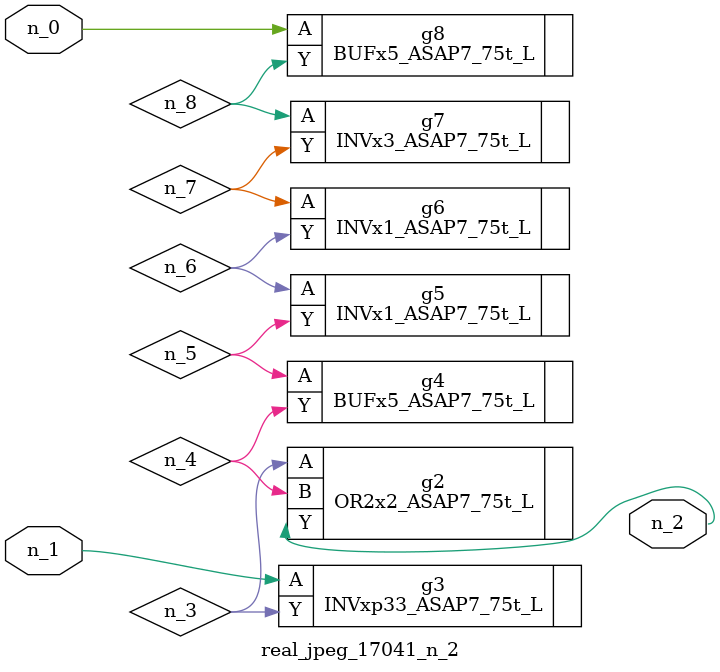
<source format=v>
module real_jpeg_17041_n_2 (n_1, n_0, n_2);

input n_1;
input n_0;

output n_2;

wire n_5;
wire n_4;
wire n_8;
wire n_6;
wire n_7;
wire n_3;

BUFx5_ASAP7_75t_L g8 ( 
.A(n_0),
.Y(n_8)
);

INVxp33_ASAP7_75t_L g3 ( 
.A(n_1),
.Y(n_3)
);

OR2x2_ASAP7_75t_L g2 ( 
.A(n_3),
.B(n_4),
.Y(n_2)
);

BUFx5_ASAP7_75t_L g4 ( 
.A(n_5),
.Y(n_4)
);

INVx1_ASAP7_75t_L g5 ( 
.A(n_6),
.Y(n_5)
);

INVx1_ASAP7_75t_L g6 ( 
.A(n_7),
.Y(n_6)
);

INVx3_ASAP7_75t_L g7 ( 
.A(n_8),
.Y(n_7)
);


endmodule
</source>
